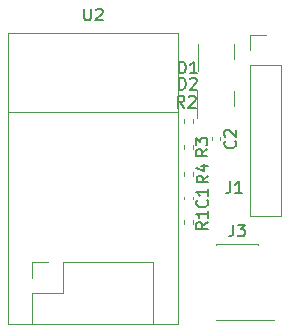
<source format=gbr>
%TF.GenerationSoftware,KiCad,Pcbnew,(6.0.7)*%
%TF.CreationDate,2022-09-08T10:14:31+02:00*%
%TF.ProjectId,esp8266_KiCAD,65737038-3236-4365-9f4b-694341442e6b,rev?*%
%TF.SameCoordinates,Original*%
%TF.FileFunction,Legend,Top*%
%TF.FilePolarity,Positive*%
%FSLAX46Y46*%
G04 Gerber Fmt 4.6, Leading zero omitted, Abs format (unit mm)*
G04 Created by KiCad (PCBNEW (6.0.7)) date 2022-09-08 10:14:31*
%MOMM*%
%LPD*%
G01*
G04 APERTURE LIST*
%ADD10C,0.150000*%
%ADD11C,0.120000*%
G04 APERTURE END LIST*
D10*
%TO.C,J3*%
X89466666Y-46327380D02*
X89466666Y-47041666D01*
X89419047Y-47184523D01*
X89323809Y-47279761D01*
X89180952Y-47327380D01*
X89085714Y-47327380D01*
X89847619Y-46327380D02*
X90466666Y-46327380D01*
X90133333Y-46708333D01*
X90276190Y-46708333D01*
X90371428Y-46755952D01*
X90419047Y-46803571D01*
X90466666Y-46898809D01*
X90466666Y-47136904D01*
X90419047Y-47232142D01*
X90371428Y-47279761D01*
X90276190Y-47327380D01*
X89990476Y-47327380D01*
X89895238Y-47279761D01*
X89847619Y-47232142D01*
%TO.C,U2*%
X76863095Y-28052380D02*
X76863095Y-28861904D01*
X76910714Y-28957142D01*
X76958333Y-29004761D01*
X77053571Y-29052380D01*
X77244047Y-29052380D01*
X77339285Y-29004761D01*
X77386904Y-28957142D01*
X77434523Y-28861904D01*
X77434523Y-28052380D01*
X77863095Y-28147619D02*
X77910714Y-28100000D01*
X78005952Y-28052380D01*
X78244047Y-28052380D01*
X78339285Y-28100000D01*
X78386904Y-28147619D01*
X78434523Y-28242857D01*
X78434523Y-28338095D01*
X78386904Y-28480952D01*
X77815476Y-29052380D01*
X78434523Y-29052380D01*
%TO.C,R4*%
X87377380Y-42191666D02*
X86901190Y-42525000D01*
X87377380Y-42763095D02*
X86377380Y-42763095D01*
X86377380Y-42382142D01*
X86425000Y-42286904D01*
X86472619Y-42239285D01*
X86567857Y-42191666D01*
X86710714Y-42191666D01*
X86805952Y-42239285D01*
X86853571Y-42286904D01*
X86901190Y-42382142D01*
X86901190Y-42763095D01*
X86710714Y-41334523D02*
X87377380Y-41334523D01*
X86329761Y-41572619D02*
X87044047Y-41810714D01*
X87044047Y-41191666D01*
%TO.C,R3*%
X87297380Y-39941666D02*
X86821190Y-40275000D01*
X87297380Y-40513095D02*
X86297380Y-40513095D01*
X86297380Y-40132142D01*
X86345000Y-40036904D01*
X86392619Y-39989285D01*
X86487857Y-39941666D01*
X86630714Y-39941666D01*
X86725952Y-39989285D01*
X86773571Y-40036904D01*
X86821190Y-40132142D01*
X86821190Y-40513095D01*
X86297380Y-39608333D02*
X86297380Y-38989285D01*
X86678333Y-39322619D01*
X86678333Y-39179761D01*
X86725952Y-39084523D01*
X86773571Y-39036904D01*
X86868809Y-38989285D01*
X87106904Y-38989285D01*
X87202142Y-39036904D01*
X87249761Y-39084523D01*
X87297380Y-39179761D01*
X87297380Y-39465476D01*
X87249761Y-39560714D01*
X87202142Y-39608333D01*
%TO.C,R2*%
X85333333Y-36427380D02*
X85000000Y-35951190D01*
X84761904Y-36427380D02*
X84761904Y-35427380D01*
X85142857Y-35427380D01*
X85238095Y-35475000D01*
X85285714Y-35522619D01*
X85333333Y-35617857D01*
X85333333Y-35760714D01*
X85285714Y-35855952D01*
X85238095Y-35903571D01*
X85142857Y-35951190D01*
X84761904Y-35951190D01*
X85714285Y-35522619D02*
X85761904Y-35475000D01*
X85857142Y-35427380D01*
X86095238Y-35427380D01*
X86190476Y-35475000D01*
X86238095Y-35522619D01*
X86285714Y-35617857D01*
X86285714Y-35713095D01*
X86238095Y-35855952D01*
X85666666Y-36427380D01*
X86285714Y-36427380D01*
%TO.C,R1*%
X87327380Y-46116666D02*
X86851190Y-46450000D01*
X87327380Y-46688095D02*
X86327380Y-46688095D01*
X86327380Y-46307142D01*
X86375000Y-46211904D01*
X86422619Y-46164285D01*
X86517857Y-46116666D01*
X86660714Y-46116666D01*
X86755952Y-46164285D01*
X86803571Y-46211904D01*
X86851190Y-46307142D01*
X86851190Y-46688095D01*
X87327380Y-45164285D02*
X87327380Y-45735714D01*
X87327380Y-45450000D02*
X86327380Y-45450000D01*
X86470238Y-45545238D01*
X86565476Y-45640476D01*
X86613095Y-45735714D01*
%TO.C,J1*%
X89216666Y-42677380D02*
X89216666Y-43391666D01*
X89169047Y-43534523D01*
X89073809Y-43629761D01*
X88930952Y-43677380D01*
X88835714Y-43677380D01*
X90216666Y-43677380D02*
X89645238Y-43677380D01*
X89930952Y-43677380D02*
X89930952Y-42677380D01*
X89835714Y-42820238D01*
X89740476Y-42915476D01*
X89645238Y-42963095D01*
%TO.C,D2*%
X84886904Y-34902380D02*
X84886904Y-33902380D01*
X85125000Y-33902380D01*
X85267857Y-33950000D01*
X85363095Y-34045238D01*
X85410714Y-34140476D01*
X85458333Y-34330952D01*
X85458333Y-34473809D01*
X85410714Y-34664285D01*
X85363095Y-34759523D01*
X85267857Y-34854761D01*
X85125000Y-34902380D01*
X84886904Y-34902380D01*
X85839285Y-33997619D02*
X85886904Y-33950000D01*
X85982142Y-33902380D01*
X86220238Y-33902380D01*
X86315476Y-33950000D01*
X86363095Y-33997619D01*
X86410714Y-34092857D01*
X86410714Y-34188095D01*
X86363095Y-34330952D01*
X85791666Y-34902380D01*
X86410714Y-34902380D01*
%TO.C,D1*%
X84886904Y-33527380D02*
X84886904Y-32527380D01*
X85125000Y-32527380D01*
X85267857Y-32575000D01*
X85363095Y-32670238D01*
X85410714Y-32765476D01*
X85458333Y-32955952D01*
X85458333Y-33098809D01*
X85410714Y-33289285D01*
X85363095Y-33384523D01*
X85267857Y-33479761D01*
X85125000Y-33527380D01*
X84886904Y-33527380D01*
X86410714Y-33527380D02*
X85839285Y-33527380D01*
X86125000Y-33527380D02*
X86125000Y-32527380D01*
X86029761Y-32670238D01*
X85934523Y-32765476D01*
X85839285Y-32813095D01*
%TO.C,C2*%
X89632142Y-39266666D02*
X89679761Y-39314285D01*
X89727380Y-39457142D01*
X89727380Y-39552380D01*
X89679761Y-39695238D01*
X89584523Y-39790476D01*
X89489285Y-39838095D01*
X89298809Y-39885714D01*
X89155952Y-39885714D01*
X88965476Y-39838095D01*
X88870238Y-39790476D01*
X88775000Y-39695238D01*
X88727380Y-39552380D01*
X88727380Y-39457142D01*
X88775000Y-39314285D01*
X88822619Y-39266666D01*
X88822619Y-38885714D02*
X88775000Y-38838095D01*
X88727380Y-38742857D01*
X88727380Y-38504761D01*
X88775000Y-38409523D01*
X88822619Y-38361904D01*
X88917857Y-38314285D01*
X89013095Y-38314285D01*
X89155952Y-38361904D01*
X89727380Y-38933333D01*
X89727380Y-38314285D01*
%TO.C,C1*%
X87257142Y-44266666D02*
X87304761Y-44314285D01*
X87352380Y-44457142D01*
X87352380Y-44552380D01*
X87304761Y-44695238D01*
X87209523Y-44790476D01*
X87114285Y-44838095D01*
X86923809Y-44885714D01*
X86780952Y-44885714D01*
X86590476Y-44838095D01*
X86495238Y-44790476D01*
X86400000Y-44695238D01*
X86352380Y-44552380D01*
X86352380Y-44457142D01*
X86400000Y-44314285D01*
X86447619Y-44266666D01*
X87352380Y-43314285D02*
X87352380Y-43885714D01*
X87352380Y-43600000D02*
X86352380Y-43600000D01*
X86495238Y-43695238D01*
X86590476Y-43790476D01*
X86638095Y-43885714D01*
D11*
%TO.C,J3*%
X91565000Y-54435000D02*
X91565000Y-54370000D01*
X92890000Y-54370000D02*
X91565000Y-54370000D01*
X88035000Y-48030000D02*
X88035000Y-47965000D01*
X88035000Y-54435000D02*
X88035000Y-54370000D01*
X91565000Y-54435000D02*
X88035000Y-54435000D01*
X91565000Y-47965000D02*
X88035000Y-47965000D01*
X91565000Y-48030000D02*
X91565000Y-47965000D01*
%TO.C,U2*%
X75045000Y-52110000D02*
X72445000Y-52110000D01*
X73775000Y-49510000D02*
X72445000Y-49510000D01*
X72445000Y-54710000D02*
X82725000Y-54710000D01*
X82725000Y-49510000D02*
X82725000Y-54710000D01*
X75045000Y-49510000D02*
X82725000Y-49510000D01*
X70375000Y-36780000D02*
X84775000Y-36780000D01*
X75045000Y-49510000D02*
X75045000Y-52110000D01*
X72445000Y-49510000D02*
X72445000Y-50840000D01*
X72445000Y-52110000D02*
X72445000Y-54710000D01*
X70375000Y-54780000D02*
X84775000Y-54780000D01*
X84775000Y-54780000D02*
X84775000Y-30080000D01*
X84775000Y-30080000D02*
X70375000Y-30080000D01*
X70375000Y-30080000D02*
X70375000Y-54780000D01*
%TO.C,R4*%
X86080000Y-42178641D02*
X86080000Y-41871359D01*
X85320000Y-42178641D02*
X85320000Y-41871359D01*
%TO.C,R3*%
X86055000Y-39621359D02*
X86055000Y-39928641D01*
X85295000Y-39621359D02*
X85295000Y-39928641D01*
%TO.C,R2*%
X86055000Y-37728641D02*
X86055000Y-37421359D01*
X85295000Y-37728641D02*
X85295000Y-37421359D01*
%TO.C,R1*%
X86055000Y-45946359D02*
X86055000Y-46253641D01*
X85295000Y-45946359D02*
X85295000Y-46253641D01*
%TO.C,J1*%
X90895000Y-32845000D02*
X90895000Y-45605000D01*
X90895000Y-31575000D02*
X90895000Y-30245000D01*
X90895000Y-30245000D02*
X92225000Y-30245000D01*
X90895000Y-32845000D02*
X93555000Y-32845000D01*
X90895000Y-45605000D02*
X93555000Y-45605000D01*
X93555000Y-32845000D02*
X93555000Y-45605000D01*
%TO.C,D2*%
X86440000Y-35675000D02*
X86440000Y-35025000D01*
X89560000Y-35675000D02*
X89560000Y-35025000D01*
X86440000Y-35675000D02*
X86440000Y-37350000D01*
X89560000Y-35675000D02*
X89560000Y-36325000D01*
%TO.C,D1*%
X86465000Y-31675000D02*
X86465000Y-31025000D01*
X89585000Y-31675000D02*
X89585000Y-31025000D01*
X86465000Y-31675000D02*
X86465000Y-33350000D01*
X89585000Y-31675000D02*
X89585000Y-32325000D01*
%TO.C,C2*%
X88385000Y-39157836D02*
X88385000Y-38942164D01*
X87665000Y-39157836D02*
X87665000Y-38942164D01*
%TO.C,C1*%
X86060000Y-44182836D02*
X86060000Y-43967164D01*
X85340000Y-44182836D02*
X85340000Y-43967164D01*
%TD*%
M02*

</source>
